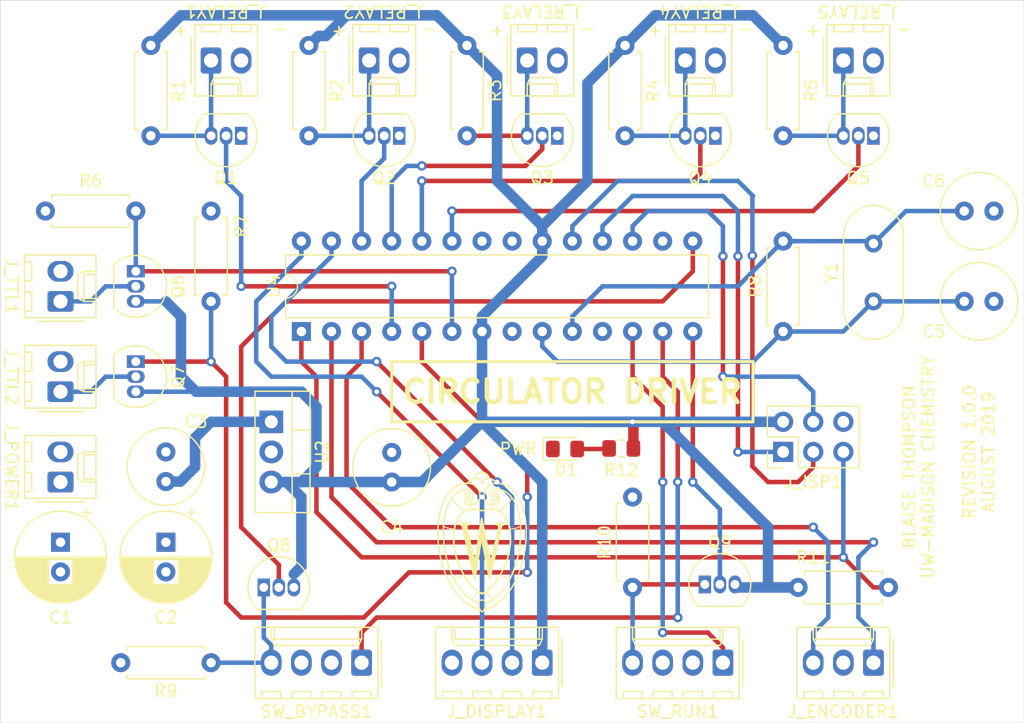
<source format=kicad_pcb>
(kicad_pcb (version 20171130) (host pcbnew 5.1.4+dfsg1-1)
  (title_block (title "WHIP-NMRR Circulator Driver") (date 2019-07-26) (rev 1.0.0))
  (layers (0 F.Cu signal) (31 B.Cu signal) (34 B.Paste user) (35 F.Paste user) (36 B.SilkS user) (37 F.SilkS user) (38 B.Mask user) (39 F.Mask user) (44 Edge.Cuts user))
  (net 0 "")
  (net 1 +12V)
  (net 2 GND)
  (net 3 "Net-(U4-Pad11)")
  (net 4 "Net-(U4-Pad21)")
  (net 5 "Net-(U4-Pad16)")
  (net 6 "Net-(SW_BYPASS1-Pad1)")
  (net 7 "Net-(SW_RUN1-Pad1)")
  (net 8 "Net-(Q1-Pad2)")
  (net 9 "Net-(Q2-Pad2)")
  (net 10 "Net-(Q3-Pad2)")
  (net 11 "Net-(Q4-Pad2)")
  (net 12 "Net-(Q5-Pad2)")
  (net 13 +5V)
  (net 14 "Net-(Q6-Pad1)")
  (net 15 "Net-(Q7-Pad1)")
  (net 16 "Net-(C6-Pad2)")
  (net 17 "Net-(C5-Pad2)")
  (net 18 "Net-(J_ISP1-Pad3)")
  (net 19 "Net-(J_ISP1-Pad1)")
  (net 20 "Net-(J_ISP1-Pad4)")
  (net 21 "Net-(J_ISP1-Pad5)")
  (net 22 "Net-(J_DISPLAY1-Pad3)")
  (net 23 "Net-(J_DISPLAY1-Pad2)")
  (net 24 "Net-(J_ENCODER1-Pad3)")
  (net 25 "Net-(J_ENCODER1-Pad1)")
  (net 26 "Net-(J_TTL1-Pad1)")
  (net 27 "Net-(J_TTL2-Pad1)")
  (net 28 "Net-(J_RELAY1-Pad1)")
  (net 29 "Net-(J_RELAY2-Pad1)")
  (net 30 "Net-(J_RELAY3-Pad1)")
  (net 31 "Net-(J_RELAY4-Pad1)")
  (net 32 "Net-(J_RELAY5-Pad1)")
  (net 33 "Net-(Q8-Pad1)")
  (net 34 15)
  (net 35 "Net-(Q9-Pad1)")
  (net 36 14)
  (net 37 "Net-(D1-Pad2)")
  (module Package_TO_SOT_THT:TO-92_Inline (layer F.Cu) (at 155.956 120.396)
    (fp_text reference Q9 (at 1.27 -3.56) (layer F.SilkS))
    (fp_text value BS250)
    (pad 1 thru_hole rect (at 0 0) (size 1.05 1.5) (drill 0.75) (layers *.Cu *.Mask) (net 35 "Net-(Q9-Pad1)"))
    (pad 3 thru_hole oval (at 2.54 0) (size 1.05 1.5) (drill 0.75) (layers *.Cu *.Mask) (net 13 +5V))
    (pad 2 thru_hole oval (at 1.27 0) (size 1.05 1.5) (drill 0.75) (layers *.Cu *.Mask) (net 36 14))
  )
  (module footprints:logo (layer F.Cu) (at 137.16 116.84)
    (fp_text reference G*** hide)
    (fp_text value LOGO hide)
  )
  (module Resistor_SMD:R_0805_2012Metric_Pad1.15x1.40mm_HandSolder (layer F.Cu) (at 148.905001 108.925001 180)
    (fp_text reference R12 (at 0 -1.818999) (layer F.SilkS))
    (fp_text value R_US)
    (pad 2 smd roundrect (at 1.025 0 180) (size 1.15 1.4) (layers F.Cu F.Paste F.Mask) (roundrect_rratio 0.217391) (net 37 "Net-(D1-Pad2)"))
    (pad 1 smd roundrect (at -1.025 0 180) (size 1.15 1.4) (layers F.Cu F.Paste F.Mask) (roundrect_rratio 0.217391) (net 13 +5V))
  )
  (module Diode_SMD:D_0805_2012Metric_Pad1.15x1.40mm_HandSolder (layer F.Cu) (at 144.160001 108.970001)
    (fp_text reference D1 (at 0.111999 1.773999) (layer F.SilkS))
    (fp_text value LED)
    (pad 2 smd roundrect (at 1.025 0) (size 1.15 1.4) (layers F.Cu F.Paste F.Mask) (roundrect_rratio 0.217391) (net 37 "Net-(D1-Pad2)"))
    (pad 1 smd roundrect (at -1.025 0) (size 1.15 1.4) (layers F.Cu F.Paste F.Mask) (roundrect_rratio 0.217391) (net 2 GND))
  )
  (module Resistor_THT:R_Axial_DIN0207_L6.3mm_D2.5mm_P7.62mm_Horizontal (layer F.Cu) (at 171.45 120.65 180)
    (fp_text reference R11 (at 6.35 2.54) (layer F.SilkS))
    (fp_text value 10k)
    (pad 2 thru_hole oval (at 7.62 0 180) (size 1.6 1.6) (drill 0.8) (layers *.Cu *.Mask) (net 13 +5V))
    (pad 1 thru_hole circle (at 0 0 180) (size 1.6 1.6) (drill 0.8) (layers *.Cu *.Mask) (net 21 "Net-(J_ISP1-Pad5)"))
  )
  (module Package_DIP:DIP-28_W7.62mm (layer F.Cu) (at 121.92 99.06 90)
    (fp_text reference U4 (at 3.81 -2.33 90) (layer F.SilkS))
    (fp_text value ATmega328-PU)
    (pad 28 thru_hole oval (at 7.62 0 90) (size 1.6 1.6) (drill 0.8) (layers *.Cu *.Mask) (net 22 "Net-(J_DISPLAY1-Pad3)"))
    (pad 14 thru_hole oval (at 0 33.02 90) (size 1.6 1.6) (drill 0.8) (layers *.Cu *.Mask) (net 36 14))
    (pad 27 thru_hole oval (at 7.62 2.54 90) (size 1.6 1.6) (drill 0.8) (layers *.Cu *.Mask) (net 23 "Net-(J_DISPLAY1-Pad2)"))
    (pad 13 thru_hole oval (at 0 30.48 90) (size 1.6 1.6) (drill 0.8) (layers *.Cu *.Mask) (net 6 "Net-(SW_BYPASS1-Pad1)"))
    (pad 26 thru_hole oval (at 7.62 5.08 90) (size 1.6 1.6) (drill 0.8) (layers *.Cu *.Mask) (net 9 "Net-(Q2-Pad2)"))
    (pad 12 thru_hole oval (at 0 27.94 90) (size 1.6 1.6) (drill 0.8) (layers *.Cu *.Mask) (net 7 "Net-(SW_RUN1-Pad1)"))
    (pad 25 thru_hole oval (at 7.62 7.62 90) (size 1.6 1.6) (drill 0.8) (layers *.Cu *.Mask) (net 10 "Net-(Q3-Pad2)"))
    (pad 11 thru_hole oval (at 0 25.4 90) (size 1.6 1.6) (drill 0.8) (layers *.Cu *.Mask) (net 3 "Net-(U4-Pad11)"))
    (pad 24 thru_hole oval (at 7.62 10.16 90) (size 1.6 1.6) (drill 0.8) (layers *.Cu *.Mask) (net 11 "Net-(Q4-Pad2)"))
    (pad 10 thru_hole oval (at 0 22.86 90) (size 1.6 1.6) (drill 0.8) (layers *.Cu *.Mask) (net 16 "Net-(C6-Pad2)"))
    (pad 23 thru_hole oval (at 7.62 12.7 90) (size 1.6 1.6) (drill 0.8) (layers *.Cu *.Mask) (net 12 "Net-(Q5-Pad2)"))
    (pad 9 thru_hole oval (at 0 20.32 90) (size 1.6 1.6) (drill 0.8) (layers *.Cu *.Mask) (net 17 "Net-(C5-Pad2)"))
    (pad 22 thru_hole oval (at 7.62 15.24 90) (size 1.6 1.6) (drill 0.8) (layers *.Cu *.Mask) (net 2 GND))
    (pad 8 thru_hole oval (at 0 17.78 90) (size 1.6 1.6) (drill 0.8) (layers *.Cu *.Mask) (net 2 GND))
    (pad 21 thru_hole oval (at 7.62 17.78 90) (size 1.6 1.6) (drill 0.8) (layers *.Cu *.Mask) (net 4 "Net-(U4-Pad21)"))
    (pad 7 thru_hole oval (at 0 15.24 90) (size 1.6 1.6) (drill 0.8) (layers *.Cu *.Mask) (net 13 +5V))
    (pad 20 thru_hole oval (at 7.62 20.32 90) (size 1.6 1.6) (drill 0.8) (layers *.Cu *.Mask) (net 13 +5V))
    (pad 6 thru_hole oval (at 0 12.7 90) (size 1.6 1.6) (drill 0.8) (layers *.Cu *.Mask) (net 14 "Net-(Q6-Pad1)"))
    (pad 19 thru_hole oval (at 7.62 22.86 90) (size 1.6 1.6) (drill 0.8) (layers *.Cu *.Mask) (net 18 "Net-(J_ISP1-Pad3)"))
    (pad 5 thru_hole oval (at 0 10.16 90) (size 1.6 1.6) (drill 0.8) (layers *.Cu *.Mask) (net 15 "Net-(Q7-Pad1)"))
    (pad 18 thru_hole oval (at 7.62 25.4 90) (size 1.6 1.6) (drill 0.8) (layers *.Cu *.Mask) (net 19 "Net-(J_ISP1-Pad1)"))
    (pad 4 thru_hole oval (at 0 7.62 90) (size 1.6 1.6) (drill 0.8) (layers *.Cu *.Mask) (net 8 "Net-(Q1-Pad2)"))
    (pad 17 thru_hole oval (at 7.62 27.94 90) (size 1.6 1.6) (drill 0.8) (layers *.Cu *.Mask) (net 20 "Net-(J_ISP1-Pad4)"))
    (pad 3 thru_hole oval (at 0 5.08 90) (size 1.6 1.6) (drill 0.8) (layers *.Cu *.Mask) (net 24 "Net-(J_ENCODER1-Pad3)"))
    (pad 16 thru_hole oval (at 7.62 30.48 90) (size 1.6 1.6) (drill 0.8) (layers *.Cu *.Mask) (net 5 "Net-(U4-Pad16)"))
    (pad 2 thru_hole oval (at 0 2.54 90) (size 1.6 1.6) (drill 0.8) (layers *.Cu *.Mask) (net 25 "Net-(J_ENCODER1-Pad1)"))
    (pad 15 thru_hole oval (at 7.62 33.02 90) (size 1.6 1.6) (drill 0.8) (layers *.Cu *.Mask) (net 34 15))
    (pad 1 thru_hole rect (at 0 0 90) (size 1.6 1.6) (drill 0.8) (layers *.Cu *.Mask) (net 21 "Net-(J_ISP1-Pad5)"))
  )
  (module Capacitor_THT:C_Radial_D6.3mm_H5.0mm_P2.50mm (layer F.Cu) (at 129.54 111.76 90)
    (fp_text reference C4 (at -3.81 0 180) (layer F.SilkS))
    (fp_text value 100n)
    (pad 2 thru_hole circle (at 2.5 0 90) (size 1.6 1.6) (drill 0.8) (layers *.Cu *.Mask) (net 2 GND))
    (pad 1 thru_hole circle (at 0 0 90) (size 1.6 1.6) (drill 0.8) (layers *.Cu *.Mask) (net 13 +5V))
  )
  (module Capacitor_THT:C_Radial_D6.3mm_H5.0mm_P2.50mm (layer F.Cu) (at 110.49 109.22 270)
    (fp_text reference C3 (at -2.54 -2.54 180) (layer F.SilkS))
    (fp_text value 330n)
    (pad 2 thru_hole circle (at 2.5 0 270) (size 1.6 1.6) (drill 0.8) (layers *.Cu *.Mask) (net 1 +12V))
    (pad 1 thru_hole circle (at 0 0 270) (size 1.6 1.6) (drill 0.8) (layers *.Cu *.Mask) (net 2 GND))
  )
  (module Resistor_THT:R_Axial_DIN0207_L6.3mm_D2.5mm_P7.62mm_Horizontal (layer F.Cu) (at 114.3 127 180)
    (fp_text reference R9 (at 3.81 -2.37) (layer F.SilkS))
    (fp_text value R_US)
    (pad 2 thru_hole oval (at 7.62 0 180) (size 1.6 1.6) (drill 0.8) (layers *.Cu *.Mask) (net 2 GND))
    (pad 1 thru_hole circle (at 0 0 180) (size 1.6 1.6) (drill 0.8) (layers *.Cu *.Mask) (net 33 "Net-(Q8-Pad1)"))
  )
  (module Package_TO_SOT_THT:TO-92_Inline (layer F.Cu) (at 130.175 82.55 180)
    (fp_text reference Q2 (at 1.27 -3.56) (layer F.SilkS))
    (fp_text value 2N7000)
    (pad 1 thru_hole rect (at 0 0 180) (size 1.05 1.5) (drill 0.75) (layers *.Cu *.Mask) (net 2 GND))
    (pad 3 thru_hole oval (at 2.54 0 180) (size 1.05 1.5) (drill 0.75) (layers *.Cu *.Mask) (net 29 "Net-(J_RELAY2-Pad1)"))
    (pad 2 thru_hole oval (at 1.27 0 180) (size 1.05 1.5) (drill 0.75) (layers *.Cu *.Mask) (net 9 "Net-(Q2-Pad2)"))
  )
  (module Package_TO_SOT_THT:TO-92_Inline (layer F.Cu) (at 116.84 82.55 180)
    (fp_text reference Q1 (at 1.27 -3.56) (layer F.SilkS))
    (fp_text value 2N7000)
    (pad 1 thru_hole rect (at 0 0 180) (size 1.05 1.5) (drill 0.75) (layers *.Cu *.Mask) (net 2 GND))
    (pad 3 thru_hole oval (at 2.54 0 180) (size 1.05 1.5) (drill 0.75) (layers *.Cu *.Mask) (net 28 "Net-(J_RELAY1-Pad1)"))
    (pad 2 thru_hole oval (at 1.27 0 180) (size 1.05 1.5) (drill 0.75) (layers *.Cu *.Mask) (net 8 "Net-(Q1-Pad2)"))
  )
  (module Resistor_THT:R_Axial_DIN0207_L6.3mm_D2.5mm_P7.62mm_Horizontal (layer F.Cu) (at 149.86 120.65 90)
    (fp_text reference R10 (at 3.81 -2.37 90) (layer F.SilkS))
    (fp_text value R_US)
    (pad 2 thru_hole oval (at 7.62 0 90) (size 1.6 1.6) (drill 0.8) (layers *.Cu *.Mask) (net 2 GND))
    (pad 1 thru_hole circle (at 0 0 90) (size 1.6 1.6) (drill 0.8) (layers *.Cu *.Mask) (net 35 "Net-(Q9-Pad1)"))
  )
  (module Resistor_THT:R_Axial_DIN0207_L6.3mm_D2.5mm_P7.62mm_Horizontal (layer F.Cu) (at 162.56 74.93 270)
    (fp_text reference R5 (at 3.81 -2.37 90) (layer F.SilkS))
    (fp_text value R_US)
    (pad 2 thru_hole oval (at 7.62 0 270) (size 1.6 1.6) (drill 0.8) (layers *.Cu *.Mask) (net 32 "Net-(J_RELAY5-Pad1)"))
    (pad 1 thru_hole circle (at 0 0 270) (size 1.6 1.6) (drill 0.8) (layers *.Cu *.Mask) (net 13 +5V))
  )
  (module Resistor_THT:R_Axial_DIN0207_L6.3mm_D2.5mm_P7.62mm_Horizontal (layer F.Cu) (at 149.225 74.93 270)
    (fp_text reference R4 (at 3.81 -2.37 90) (layer F.SilkS))
    (fp_text value R_US)
    (pad 2 thru_hole oval (at 7.62 0 270) (size 1.6 1.6) (drill 0.8) (layers *.Cu *.Mask) (net 31 "Net-(J_RELAY4-Pad1)"))
    (pad 1 thru_hole circle (at 0 0 270) (size 1.6 1.6) (drill 0.8) (layers *.Cu *.Mask) (net 13 +5V))
  )
  (module Resistor_THT:R_Axial_DIN0207_L6.3mm_D2.5mm_P7.62mm_Horizontal (layer F.Cu) (at 135.89 74.93 270)
    (fp_text reference R3 (at 3.81 -2.37 90) (layer F.SilkS))
    (fp_text value R_US)
    (pad 2 thru_hole oval (at 7.62 0 270) (size 1.6 1.6) (drill 0.8) (layers *.Cu *.Mask) (net 30 "Net-(J_RELAY3-Pad1)"))
    (pad 1 thru_hole circle (at 0 0 270) (size 1.6 1.6) (drill 0.8) (layers *.Cu *.Mask) (net 13 +5V))
  )
  (module Resistor_THT:R_Axial_DIN0207_L6.3mm_D2.5mm_P7.62mm_Horizontal (layer F.Cu) (at 122.555 74.93 270)
    (fp_text reference R2 (at 3.81 -2.37 90) (layer F.SilkS))
    (fp_text value R_US)
    (pad 2 thru_hole oval (at 7.62 0 270) (size 1.6 1.6) (drill 0.8) (layers *.Cu *.Mask) (net 29 "Net-(J_RELAY2-Pad1)"))
    (pad 1 thru_hole circle (at 0 0 270) (size 1.6 1.6) (drill 0.8) (layers *.Cu *.Mask) (net 13 +5V))
  )
  (module Resistor_THT:R_Axial_DIN0207_L6.3mm_D2.5mm_P7.62mm_Horizontal (layer F.Cu) (at 109.22 74.93 270)
    (fp_text reference R1 (at 3.81 -2.37 90) (layer F.SilkS))
    (fp_text value R_US)
    (pad 2 thru_hole oval (at 7.62 0 270) (size 1.6 1.6) (drill 0.8) (layers *.Cu *.Mask) (net 28 "Net-(J_RELAY1-Pad1)"))
    (pad 1 thru_hole circle (at 0 0 270) (size 1.6 1.6) (drill 0.8) (layers *.Cu *.Mask) (net 13 +5V))
  )
  (module Package_TO_SOT_THT:TO-92_Inline (layer F.Cu) (at 118.745 120.65)
    (fp_text reference Q8 (at 1.27 -3.56) (layer F.SilkS))
    (fp_text value BS250)
    (pad 1 thru_hole rect (at 0 0) (size 1.05 1.5) (drill 0.75) (layers *.Cu *.Mask) (net 33 "Net-(Q8-Pad1)"))
    (pad 3 thru_hole oval (at 2.54 0) (size 1.05 1.5) (drill 0.75) (layers *.Cu *.Mask) (net 13 +5V))
    (pad 2 thru_hole oval (at 1.27 0) (size 1.05 1.5) (drill 0.75) (layers *.Cu *.Mask) (net 34 15))
  )
  (module Package_TO_SOT_THT:TO-92_Inline (layer F.Cu) (at 107.95 101.6 270)
    (fp_text reference Q7 (at 1.27 -3.56 90) (layer F.SilkS))
    (fp_text value BS250)
    (pad 1 thru_hole rect (at 0 0 270) (size 1.05 1.5) (drill 0.75) (layers *.Cu *.Mask) (net 15 "Net-(Q7-Pad1)"))
    (pad 3 thru_hole oval (at 2.54 0 270) (size 1.05 1.5) (drill 0.75) (layers *.Cu *.Mask) (net 13 +5V))
    (pad 2 thru_hole oval (at 1.27 0 270) (size 1.05 1.5) (drill 0.75) (layers *.Cu *.Mask) (net 27 "Net-(J_TTL2-Pad1)"))
  )
  (module Package_TO_SOT_THT:TO-92_Inline (layer F.Cu) (at 107.95 93.98 270)
    (fp_text reference Q6 (at 1.27 -3.56 90) (layer F.SilkS))
    (fp_text value BS250)
    (pad 1 thru_hole rect (at 0 0 270) (size 1.05 1.5) (drill 0.75) (layers *.Cu *.Mask) (net 14 "Net-(Q6-Pad1)"))
    (pad 3 thru_hole oval (at 2.54 0 270) (size 1.05 1.5) (drill 0.75) (layers *.Cu *.Mask) (net 13 +5V))
    (pad 2 thru_hole oval (at 1.27 0 270) (size 1.05 1.5) (drill 0.75) (layers *.Cu *.Mask) (net 26 "Net-(J_TTL1-Pad1)"))
  )
  (module Package_TO_SOT_THT:TO-92_Inline (layer F.Cu) (at 170.18 82.55 180)
    (fp_text reference Q5 (at 1.27 -3.56) (layer F.SilkS))
    (fp_text value 2N7000)
    (pad 1 thru_hole rect (at 0 0 180) (size 1.05 1.5) (drill 0.75) (layers *.Cu *.Mask) (net 2 GND))
    (pad 3 thru_hole oval (at 2.54 0 180) (size 1.05 1.5) (drill 0.75) (layers *.Cu *.Mask) (net 32 "Net-(J_RELAY5-Pad1)"))
    (pad 2 thru_hole oval (at 1.27 0 180) (size 1.05 1.5) (drill 0.75) (layers *.Cu *.Mask) (net 12 "Net-(Q5-Pad2)"))
  )
  (module Package_TO_SOT_THT:TO-92_Inline (layer F.Cu) (at 156.845 82.55 180)
    (fp_text reference Q4 (at 1.27 -3.56) (layer F.SilkS))
    (fp_text value 2N7000)
    (pad 1 thru_hole rect (at 0 0 180) (size 1.05 1.5) (drill 0.75) (layers *.Cu *.Mask) (net 2 GND))
    (pad 3 thru_hole oval (at 2.54 0 180) (size 1.05 1.5) (drill 0.75) (layers *.Cu *.Mask) (net 31 "Net-(J_RELAY4-Pad1)"))
    (pad 2 thru_hole oval (at 1.27 0 180) (size 1.05 1.5) (drill 0.75) (layers *.Cu *.Mask) (net 11 "Net-(Q4-Pad2)"))
  )
  (module Package_TO_SOT_THT:TO-92_Inline (layer F.Cu) (at 143.51 82.55 180)
    (fp_text reference Q3 (at 1.27 -3.56) (layer F.SilkS))
    (fp_text value 2N7000)
    (pad 1 thru_hole rect (at 0 0 180) (size 1.05 1.5) (drill 0.75) (layers *.Cu *.Mask) (net 2 GND))
    (pad 3 thru_hole oval (at 2.54 0 180) (size 1.05 1.5) (drill 0.75) (layers *.Cu *.Mask) (net 30 "Net-(J_RELAY3-Pad1)"))
    (pad 2 thru_hole oval (at 1.27 0 180) (size 1.05 1.5) (drill 0.75) (layers *.Cu *.Mask) (net 10 "Net-(Q3-Pad2)"))
  )
  (module Crystal:Crystal_HC49-U_Vertical (layer F.Cu) (at 170.18 96.52 90)
    (fp_text reference Y1 (at 2.44 -3.525 90) (layer F.SilkS))
    (fp_text value 16MHz)
    (pad 2 thru_hole circle (at 4.88 0 90) (size 1.5 1.5) (drill 0.8) (layers *.Cu *.Mask) (net 16 "Net-(C6-Pad2)"))
    (pad 1 thru_hole circle (at 0 0 90) (size 1.5 1.5) (drill 0.8) (layers *.Cu *.Mask) (net 17 "Net-(C5-Pad2)"))
  )
  (module Capacitor_THT:C_Radial_D6.3mm_H5.0mm_P2.50mm (layer F.Cu) (at 180.34 88.9 180)
    (fp_text reference C6 (at 5.08 2.54) (layer F.SilkS))
    (fp_text value 20p)
    (pad 2 thru_hole circle (at 2.5 0 180) (size 1.6 1.6) (drill 0.8) (layers *.Cu *.Mask) (net 16 "Net-(C6-Pad2)"))
    (pad 1 thru_hole circle (at 0 0 180) (size 1.6 1.6) (drill 0.8) (layers *.Cu *.Mask) (net 2 GND))
  )
  (module Capacitor_THT:C_Radial_D6.3mm_H5.0mm_P2.50mm (layer F.Cu) (at 180.34 96.52 180)
    (fp_text reference C5 (at 5.08 -2.54) (layer F.SilkS))
    (fp_text value 20p)
    (pad 2 thru_hole circle (at 2.5 0 180) (size 1.6 1.6) (drill 0.8) (layers *.Cu *.Mask) (net 17 "Net-(C5-Pad2)"))
    (pad 1 thru_hole circle (at 0 0 180) (size 1.6 1.6) (drill 0.8) (layers *.Cu *.Mask) (net 2 GND))
  )
  (module Connector_PinHeader_2.54mm:PinHeader_2x03_P2.54mm_Vertical (layer F.Cu) (at 162.56 109.22 90)
    (fp_text reference J_ISP1 (at -2.54 2.54 180) (layer F.SilkS))
    (fp_text value AVR-ISP-6)
    (pad 6 thru_hole oval (at 2.54 5.08 90) (size 1.7 1.7) (drill 1) (layers *.Cu *.Mask) (net 2 GND))
    (pad 5 thru_hole oval (at 0 5.08 90) (size 1.7 1.7) (drill 1) (layers *.Cu *.Mask) (net 21 "Net-(J_ISP1-Pad5)"))
    (pad 4 thru_hole oval (at 2.54 2.54 90) (size 1.7 1.7) (drill 1) (layers *.Cu *.Mask) (net 20 "Net-(J_ISP1-Pad4)"))
    (pad 3 thru_hole oval (at 0 2.54 90) (size 1.7 1.7) (drill 1) (layers *.Cu *.Mask) (net 18 "Net-(J_ISP1-Pad3)"))
    (pad 2 thru_hole oval (at 2.54 0 90) (size 1.7 1.7) (drill 1) (layers *.Cu *.Mask) (net 13 +5V))
    (pad 1 thru_hole rect (at 0 0 90) (size 1.7 1.7) (drill 1) (layers *.Cu *.Mask) (net 19 "Net-(J_ISP1-Pad1)"))
  )
  (module Connector_Molex:Molex_KK-254_AE-6410-03A_1x03_P2.54mm_Vertical (layer F.Cu) (at 170.18 127 180)
    (fp_text reference J_ENCODER1 (at 2.54 -4.12) (layer F.SilkS))
    (fp_text value Conn_01x03)
    (pad 3 thru_hole oval (at 5.08 0 180) (size 1.74 2.2) (drill 1.2) (layers *.Cu *.Mask) (net 24 "Net-(J_ENCODER1-Pad3)"))
    (pad 2 thru_hole oval (at 2.54 0 180) (size 1.74 2.2) (drill 1.2) (layers *.Cu *.Mask) (net 2 GND))
    (pad 1 thru_hole roundrect (at 0 0 180) (size 1.74 2.2) (drill 1.2) (layers *.Cu *.Mask) (roundrect_rratio 0.143678) (net 25 "Net-(J_ENCODER1-Pad1)"))
  )
  (module Connector_Molex:Molex_KK-254_AE-6410-04A_1x04_P2.54mm_Vertical (layer F.Cu) (at 142.24 127 180)
    (fp_text reference J_DISPLAY1 (at 3.81 -4.12) (layer F.SilkS))
    (fp_text value Conn_01x04)
    (pad 4 thru_hole oval (at 7.62 0 180) (size 1.74 2.2) (drill 1.2) (layers *.Cu *.Mask) (net 2 GND))
    (pad 3 thru_hole oval (at 5.08 0 180) (size 1.74 2.2) (drill 1.2) (layers *.Cu *.Mask) (net 22 "Net-(J_DISPLAY1-Pad3)"))
    (pad 2 thru_hole oval (at 2.54 0 180) (size 1.74 2.2) (drill 1.2) (layers *.Cu *.Mask) (net 23 "Net-(J_DISPLAY1-Pad2)"))
    (pad 1 thru_hole roundrect (at 0 0 180) (size 1.74 2.2) (drill 1.2) (layers *.Cu *.Mask) (roundrect_rratio 0.143678) (net 13 +5V))
  )
  (module Capacitor_THT:CP_Radial_D7.5mm_P2.50mm (layer F.Cu) (at 110.49 116.84 270)
    (fp_text reference C2 (at 6.35 0 180) (layer F.SilkS))
    (fp_text value 10uF)
    (pad 2 thru_hole circle (at 2.5 0 270) (size 1.6 1.6) (drill 0.8) (layers *.Cu *.Mask) (net 2 GND))
    (pad 1 thru_hole rect (at 0 0 270) (size 1.6 1.6) (drill 0.8) (layers *.Cu *.Mask) (net 1 +12V))
  )
  (module Capacitor_THT:CP_Radial_D7.5mm_P2.50mm (layer F.Cu) (at 101.6 116.84 270)
    (fp_text reference C1 (at 6.35 0) (layer F.SilkS))
    (fp_text value 100nF)
    (pad 2 thru_hole circle (at 2.5 0 270) (size 1.6 1.6) (drill 0.8) (layers *.Cu *.Mask) (net 2 GND))
    (pad 1 thru_hole rect (at 0 0 270) (size 1.6 1.6) (drill 0.8) (layers *.Cu *.Mask) (net 1 +12V))
  )
  (module Package_TO_SOT_THT:TO-220-3_Vertical (layer F.Cu) (at 119.38 106.68 270)
    (fp_text reference U2 (at 2.54 -4.27 90) (layer F.SilkS))
    (fp_text value L7805)
    (pad 3 thru_hole oval (at 5.08 0 270) (size 1.905 2) (drill 1.1) (layers *.Cu *.Mask) (net 13 +5V))
    (pad 2 thru_hole oval (at 2.54 0 270) (size 1.905 2) (drill 1.1) (layers *.Cu *.Mask) (net 2 GND))
    (pad 1 thru_hole rect (at 0 0 270) (size 1.905 2) (drill 1.1) (layers *.Cu *.Mask) (net 1 +12V))
  )
  (module Resistor_THT:R_Axial_DIN0207_L6.3mm_D2.5mm_P7.62mm_Horizontal (layer F.Cu) (at 162.56 99.06 90)
    (fp_text reference R8 (at 3.81 -2.37 90) (layer F.SilkS))
    (fp_text value 1M)
    (pad 2 thru_hole oval (at 7.62 0 90) (size 1.6 1.6) (drill 0.8) (layers *.Cu *.Mask) (net 16 "Net-(C6-Pad2)"))
    (pad 1 thru_hole circle (at 0 0 90) (size 1.6 1.6) (drill 0.8) (layers *.Cu *.Mask) (net 17 "Net-(C5-Pad2)"))
  )
  (module Resistor_THT:R_Axial_DIN0207_L6.3mm_D2.5mm_P7.62mm_Horizontal (layer F.Cu) (at 114.3 96.52 90)
    (fp_text reference R7 (at 6.35 2.54 90) (layer F.SilkS))
    (fp_text value R_US)
    (pad 2 thru_hole oval (at 7.62 0 90) (size 1.6 1.6) (drill 0.8) (layers *.Cu *.Mask) (net 2 GND))
    (pad 1 thru_hole circle (at 0 0 90) (size 1.6 1.6) (drill 0.8) (layers *.Cu *.Mask) (net 15 "Net-(Q7-Pad1)"))
  )
  (module Resistor_THT:R_Axial_DIN0207_L6.3mm_D2.5mm_P7.62mm_Horizontal (layer F.Cu) (at 107.95 88.9 180)
    (fp_text reference R6 (at 3.81 2.54) (layer F.SilkS))
    (fp_text value R_US)
    (pad 2 thru_hole oval (at 7.62 0 180) (size 1.6 1.6) (drill 0.8) (layers *.Cu *.Mask) (net 2 GND))
    (pad 1 thru_hole circle (at 0 0 180) (size 1.6 1.6) (drill 0.8) (layers *.Cu *.Mask) (net 14 "Net-(Q6-Pad1)"))
  )
  (module Connector_Molex:Molex_KK-254_AE-6410-04A_1x04_P2.54mm_Vertical (layer F.Cu) (at 157.48 127 180)
    (fp_text reference SW_RUN1 (at 3.81 -4.12) (layer F.SilkS))
    (fp_text value SW_Push_Lamp)
    (pad 4 thru_hole oval (at 7.62 0 180) (size 1.74 2.2) (drill 1.2) (layers *.Cu *.Mask) (net 35 "Net-(Q9-Pad1)"))
    (pad 3 thru_hole oval (at 5.08 0 180) (size 1.74 2.2) (drill 1.2) (layers *.Cu *.Mask) (net 2 GND))
    (pad 2 thru_hole oval (at 2.54 0 180) (size 1.74 2.2) (drill 1.2) (layers *.Cu *.Mask) (net 2 GND))
    (pad 1 thru_hole roundrect (at 0 0 180) (size 1.74 2.2) (drill 1.2) (layers *.Cu *.Mask) (roundrect_rratio 0.143678) (net 7 "Net-(SW_RUN1-Pad1)"))
  )
  (module Connector_Molex:Molex_KK-254_AE-6410-04A_1x04_P2.54mm_Vertical (layer F.Cu) (at 127 127 180)
    (fp_text reference SW_BYPASS1 (at 3.81 -4.12) (layer F.SilkS))
    (fp_text value SW_Push_Lamp)
    (pad 4 thru_hole oval (at 7.62 0 180) (size 1.74 2.2) (drill 1.2) (layers *.Cu *.Mask) (net 33 "Net-(Q8-Pad1)"))
    (pad 3 thru_hole oval (at 5.08 0 180) (size 1.74 2.2) (drill 1.2) (layers *.Cu *.Mask) (net 2 GND))
    (pad 2 thru_hole oval (at 2.54 0 180) (size 1.74 2.2) (drill 1.2) (layers *.Cu *.Mask) (net 2 GND))
    (pad 1 thru_hole roundrect (at 0 0 180) (size 1.74 2.2) (drill 1.2) (layers *.Cu *.Mask) (roundrect_rratio 0.143678) (net 6 "Net-(SW_BYPASS1-Pad1)"))
  )
  (module Connector_Molex:Molex_KK-254_AE-6410-02A_1x02_P2.54mm_Vertical (layer F.Cu) (at 167.64 76.2)
    (fp_text reference J_RELAY5 (at 1.27 -4.12 180 unlocked) (layer F.SilkS))
    (fp_text value Conn_01x02)
    (pad 2 thru_hole oval (at 2.54 0) (size 1.74 2.2) (drill 1.2) (layers *.Cu *.Mask) (net 2 GND))
    (pad 1 thru_hole roundrect (at 0 0) (size 1.74 2.2) (drill 1.2) (layers *.Cu *.Mask) (roundrect_rratio 0.143678) (net 32 "Net-(J_RELAY5-Pad1)"))
  )
  (module Connector_Molex:Molex_KK-254_AE-6410-02A_1x02_P2.54mm_Vertical (layer F.Cu) (at 154.305 76.2)
    (fp_text reference J_RELAY4 (at 1.27 -4.12 180 unlocked) (layer F.SilkS))
    (fp_text value Conn_01x02)
    (pad 2 thru_hole oval (at 2.54 0) (size 1.74 2.2) (drill 1.2) (layers *.Cu *.Mask) (net 2 GND))
    (pad 1 thru_hole roundrect (at 0 0) (size 1.74 2.2) (drill 1.2) (layers *.Cu *.Mask) (roundrect_rratio 0.143678) (net 31 "Net-(J_RELAY4-Pad1)"))
  )
  (module Connector_Molex:Molex_KK-254_AE-6410-02A_1x02_P2.54mm_Vertical (layer F.Cu) (at 140.97 76.2)
    (fp_text reference J_RELAY3 (at 1.27 -4.12 180 unlocked) (layer F.SilkS))
    (fp_text value Conn_01x02)
    (pad 2 thru_hole oval (at 2.54 0) (size 1.74 2.2) (drill 1.2) (layers *.Cu *.Mask) (net 2 GND))
    (pad 1 thru_hole roundrect (at 0 0) (size 1.74 2.2) (drill 1.2) (layers *.Cu *.Mask) (roundrect_rratio 0.143678) (net 30 "Net-(J_RELAY3-Pad1)"))
  )
  (module Connector_Molex:Molex_KK-254_AE-6410-02A_1x02_P2.54mm_Vertical (layer F.Cu) (at 127.635 76.2)
    (fp_text reference J_RELAY2 (at 1.27 -4.12 180 unlocked) (layer F.SilkS))
    (fp_text value Conn_01x02)
    (pad 2 thru_hole oval (at 2.54 0) (size 1.74 2.2) (drill 1.2) (layers *.Cu *.Mask) (net 2 GND))
    (pad 1 thru_hole roundrect (at 0 0) (size 1.74 2.2) (drill 1.2) (layers *.Cu *.Mask) (roundrect_rratio 0.143678) (net 29 "Net-(J_RELAY2-Pad1)"))
  )
  (module Connector_Molex:Molex_KK-254_AE-6410-02A_1x02_P2.54mm_Vertical (layer F.Cu) (at 114.3 76.2)
    (fp_text reference J_RELAY1 (at 1.27 -4.12 180 unlocked) (layer F.SilkS))
    (fp_text value Conn_01x02)
    (pad 2 thru_hole oval (at 2.54 0) (size 1.74 2.2) (drill 1.2) (layers *.Cu *.Mask) (net 2 GND))
    (pad 1 thru_hole roundrect (at 0 0) (size 1.74 2.2) (drill 1.2) (layers *.Cu *.Mask) (roundrect_rratio 0.143678) (net 28 "Net-(J_RELAY1-Pad1)"))
  )
  (module Connector_Molex:Molex_KK-254_AE-6410-02A_1x02_P2.54mm_Vertical (layer F.Cu) (at 101.6 96.52 90)
    (fp_text reference J_TTL1 (at 1.27 -4.12 270 unlocked) (layer F.SilkS))
    (fp_text value Conn_01x02)
    (pad 2 thru_hole oval (at 2.54 0 90) (size 1.74 2.2) (drill 1.2) (layers *.Cu *.Mask) (net 2 GND))
    (pad 1 thru_hole roundrect (at 0 0 90) (size 1.74 2.2) (drill 1.2) (layers *.Cu *.Mask) (roundrect_rratio 0.143678) (net 26 "Net-(J_TTL1-Pad1)"))
  )
  (module Connector_Molex:Molex_KK-254_AE-6410-02A_1x02_P2.54mm_Vertical (layer F.Cu) (at 101.6 104.14 90)
    (fp_text reference J_TTL2 (at 1.27 -4.12 270 unlocked) (layer F.SilkS))
    (fp_text value Conn_01x02)
    (pad 2 thru_hole oval (at 2.54 0 90) (size 1.74 2.2) (drill 1.2) (layers *.Cu *.Mask) (net 2 GND))
    (pad 1 thru_hole roundrect (at 0 0 90) (size 1.74 2.2) (drill 1.2) (layers *.Cu *.Mask) (roundrect_rratio 0.143678) (net 27 "Net-(J_TTL2-Pad1)"))
  )
  (module Connector_Molex:Molex_KK-254_AE-6410-02A_1x02_P2.54mm_Vertical (layer F.Cu) (at 101.6 111.76 90)
    (fp_text reference J_POWER1 (at 1.27 -4.12 270 unlocked) (layer F.SilkS))
    (fp_text value Conn_01x02)
    (pad 2 thru_hole oval (at 2.54 0 90) (size 1.74 2.2) (drill 1.2) (layers *.Cu *.Mask) (net 2 GND))
    (pad 1 thru_hole roundrect (at 0 0 90) (size 1.74 2.2) (drill 1.2) (layers *.Cu *.Mask) (roundrect_rratio 0.143678) (net 1 +12V))
  )
  (module MountingHole:MountingHole_3mm (layer F.Cu) (at 179.07 74.93)
    (fp_text reference REF** hide)
    (fp_text value MountingHole_3mm hide)
    (pad 1 np_thru_hole circle (at 0 0) (size 3 3) (drill 3) (layers *.Cu *.Mask))
  )
  (module MountingHole:MountingHole_3mm (layer F.Cu) (at 179.07 128.27)
    (fp_text reference REF** hide)
    (fp_text value MountingHole_3mm hide)
    (pad 1 np_thru_hole circle (at 0 0) (size 3 3) (drill 3) (layers *.Cu *.Mask))
  )
  (module MountingHole:MountingHole_3mm (layer F.Cu) (at 100.33 74.93)
    (fp_text reference REF** hide)
    (fp_text value MountingHole_3mm hide)
    (pad 1 np_thru_hole circle (at 0 0) (size 3 3) (drill 3) (layers *.Cu *.Mask))
  )
  (module MountingHole:MountingHole_3mm (layer F.Cu) (at 100.33 128.27)
    (fp_text reference REF** hide)
    (fp_text value MountingHole_3mm hide)
    (pad 1 np_thru_hole circle (at 0 0) (size 3 3) (drill 3) (layers *.Cu *.Mask))
  )
  (gr_text PWR (at 140.208 108.966) (layer F.SilkS) (effects (font (size 1 1))))
  (gr_line (start 160.02 106.68) (end 129.54 106.68) (layer F.SilkS) (width 0.254))
  (gr_line (start 160.02 101.6) (end 160.02 106.68) (layer F.SilkS) (width 0.254))
  (gr_line (start 129.54 101.6) (end 160.02 101.6) (layer F.SilkS) (width 0.254))
  (gr_line (start 129.54 106.68) (end 129.54 101.6) (layer F.SilkS) (width 0.254))
  (gr_text - (at 172.72 73.66 180) (layer F.SilkS) (effects (font (size 1 1))))
  (gr_text - (at 159.385 73.66 180) (layer F.SilkS) (effects (font (size 1 1))))
  (gr_text - (at 146.05 73.66 180) (layer F.SilkS) (effects (font (size 1 1))))
  (gr_text - (at 132.715 73.66 180) (layer F.SilkS) (effects (font (size 1 1))))
  (gr_text - (at 120.015 73.66 180) (layer F.SilkS) (effects (font (size 1 1))))
  (gr_text + (at 165.1 73.66) (layer F.SilkS) (effects (font (size 1 1))))
  (gr_text + (at 151.765 73.66) (layer F.SilkS) (effects (font (size 1 1))))
  (gr_text + (at 138.43 73.66) (layer F.SilkS) (effects (font (size 1 1))))
  (gr_text + (at 125.095 73.66) (layer F.SilkS) (effects (font (size 1 1))))
  (gr_text + (at 111.76 73.66) (layer F.SilkS) (effects (font (size 1 1))))
  (gr_text "REVISION 1.0.0\nAUGUST 2019" (at 179.07 109.22 90) (layer F.SilkS) (effects (font (size 1 1))))
  (gr_text "BLAISE THOMPSON\nUW-MADISON CHEMISTRY" (at 173.99 110.49 90) (layer F.SilkS) (effects (font (size 1 1))))
  (gr_text "CIRCULATOR DRIVER" (at 144.78 104.14) (layer F.SilkS) (effects (font (size 1.905 1.905) (thickness 0.381))))
  (gr_line (start 96.52 71.12) (end 182.88 71.12) (layer Edge.Cuts) (width 0.05))
  (gr_line (start 96.52 132.08) (end 96.52 71.12) (layer Edge.Cuts) (width 0.05))
  (gr_line (start 182.88 132.08) (end 96.52 132.08) (layer Edge.Cuts) (width 0.05))
  (gr_line (start 182.88 71.12) (end 182.88 132.08) (layer Edge.Cuts) (width 0.05))
  (segment (start 111.72 111.72) (end 112.95 110.49) (width 0.889) (layer B.Cu) (net 1))
  (segment (start 112.95 110.49) (end 112.95 108.03) (width 0.889) (layer B.Cu) (net 1))
  (segment (start 112.95 108.03) (end 114.3 106.68) (width 0.889) (layer B.Cu) (net 1))
  (segment (start 114.3 106.68) (end 119.38 106.68) (width 0.889) (layer B.Cu) (net 1))
  (segment (start 111.72 111.72) (end 110.49 111.72) (width 0.889) (layer B.Cu) (net 1))
  (segment (start 152.4 99.06) (end 152.4 102.87) (width 0.381) (layer F.Cu) (net 6))
  (segment (start 152.4 102.87) (end 153.67 104.14) (width 0.381) (layer F.Cu) (net 6))
  (via (at 153.67 111.76) (size 0.8) (drill 0.4) (layers F.Cu B.Cu) (net 6))
  (segment (start 153.67 104.14) (end 153.67 111.76) (width 0.381) (layer F.Cu) (net 6))
  (via (at 153.67 123.19) (size 0.8) (drill 0.4) (layers F.Cu B.Cu) (net 6))
  (segment (start 153.67 111.76) (end 153.67 123.19) (width 0.381) (layer B.Cu) (net 6))
  (segment (start 153.67 123.19) (end 128.27 123.19) (width 0.381) (layer F.Cu) (net 6))
  (segment (start 128.27 123.19) (end 127 124.46) (width 0.381) (layer F.Cu) (net 6))
  (segment (start 127 124.46) (end 127 127) (width 0.381) (layer F.Cu) (net 6))
  (via (at 152.4 111.76) (size 0.8) (drill 0.4) (layers F.Cu B.Cu) (net 7))
  (segment (start 152.4 121.92) (end 152.4 111.76) (width 0.381) (layer B.Cu) (net 7))
  (segment (start 152.4 111.76) (end 152.4 105.41) (width 0.381) (layer F.Cu) (net 7))
  (segment (start 149.86 102.87) (end 149.86 99.06) (width 0.381) (layer F.Cu) (net 7))
  (segment (start 152.4 105.41) (end 149.86 102.87) (width 0.381) (layer F.Cu) (net 7))
  (via (at 152.4 124.46) (size 0.8) (drill 0.4) (layers F.Cu B.Cu) (net 7))
  (segment (start 152.4 121.92) (end 152.4 124.46) (width 0.381) (layer B.Cu) (net 7))
  (segment (start 152.4 124.46) (end 156.21 124.46) (width 0.381) (layer F.Cu) (net 7))
  (segment (start 156.21 124.46) (end 157.48 125.73) (width 0.381) (layer F.Cu) (net 7))
  (segment (start 157.48 125.73) (end 157.48 127) (width 0.381) (layer F.Cu) (net 7))
  (via (at 129.54 95.25) (size 0.8) (drill 0.4) (layers F.Cu B.Cu) (net 8))
  (segment (start 129.54 99.06) (end 129.54 95.25) (width 0.381) (layer B.Cu) (net 8))
  (segment (start 129.54 95.25) (end 120.65 95.25) (width 0.381) (layer F.Cu) (net 8))
  (via (at 116.84 95.25) (size 0.8) (drill 0.4) (layers F.Cu B.Cu) (net 8))
  (segment (start 120.65 95.25) (end 116.84 95.25) (width 0.381) (layer F.Cu) (net 8))
  (segment (start 115.57 86.36) (end 115.57 82.55) (width 0.381) (layer B.Cu) (net 8))
  (segment (start 116.84 95.25) (end 116.84 87.63) (width 0.381) (layer B.Cu) (net 8))
  (segment (start 116.84 87.63) (end 115.57 86.36) (width 0.381) (layer B.Cu) (net 8))
  (segment (start 127 91.44) (end 127 86.36) (width 0.381) (layer B.Cu) (net 9))
  (segment (start 128.905 84.455) (end 128.905 82.55) (width 0.381) (layer B.Cu) (net 9))
  (segment (start 127 86.36) (end 128.905 84.455) (width 0.381) (layer B.Cu) (net 9))
  (segment (start 129.54 91.44) (end 129.54 86.36) (width 0.381) (layer B.Cu) (net 10))
  (via (at 132.08 85.09) (size 0.8) (drill 0.4) (layers F.Cu B.Cu) (net 10))
  (segment (start 129.54 86.36) (end 130.81 85.09) (width 0.381) (layer B.Cu) (net 10))
  (segment (start 130.81 85.09) (end 132.08 85.09) (width 0.381) (layer B.Cu) (net 10))
  (segment (start 142.24 83.681) (end 142.24 82.55) (width 0.381) (layer F.Cu) (net 10))
  (segment (start 140.831 85.09) (end 142.24 83.681) (width 0.381) (layer F.Cu) (net 10))
  (segment (start 132.08 85.09) (end 140.831 85.09) (width 0.381) (layer F.Cu) (net 10))
  (via (at 132.08 86.36) (size 0.8) (drill 0.4) (layers F.Cu B.Cu) (net 11))
  (segment (start 132.08 91.44) (end 132.08 86.36) (width 0.381) (layer B.Cu) (net 11))
  (segment (start 132.08 86.36) (end 154.94 86.36) (width 0.381) (layer F.Cu) (net 11))
  (segment (start 155.575 85.725) (end 155.575 82.55) (width 0.381) (layer F.Cu) (net 11))
  (segment (start 154.94 86.36) (end 155.575 85.725) (width 0.381) (layer F.Cu) (net 11))
  (segment (start 134.62 91.44) (end 134.62 88.9) (width 0.381) (layer B.Cu) (net 12))
  (via (at 134.62 88.9) (size 0.8) (drill 0.4) (layers F.Cu B.Cu) (net 12))
  (segment (start 134.62 88.9) (end 165.1 88.9) (width 0.381) (layer F.Cu) (net 12))
  (segment (start 168.91 85.09) (end 168.91 82.55) (width 0.381) (layer F.Cu) (net 12))
  (segment (start 165.1 88.9) (end 168.91 85.09) (width 0.381) (layer F.Cu) (net 12))
  (segment (start 129.54 111.76) (end 132.08 111.76) (width 0.889) (layer B.Cu) (net 13))
  (segment (start 137.16 106.68) (end 137.16 99.06) (width 0.889) (layer B.Cu) (net 13))
  (segment (start 137.16 99.06) (end 137.16 97.79) (width 0.889) (layer B.Cu) (net 13))
  (segment (start 142.24 92.71) (end 142.24 91.44) (width 0.889) (layer B.Cu) (net 13))
  (segment (start 137.16 97.79) (end 142.24 92.71) (width 0.889) (layer B.Cu) (net 13))
  (segment (start 142.24 91.44) (end 142.24 90.17) (width 0.889) (layer B.Cu) (net 13))
  (segment (start 142.24 90.17) (end 146.05 86.36) (width 0.889) (layer B.Cu) (net 13))
  (segment (start 146.05 78.105) (end 149.225 74.93) (width 0.889) (layer B.Cu) (net 13))
  (segment (start 146.05 86.36) (end 146.05 78.105) (width 0.889) (layer B.Cu) (net 13))
  (segment (start 149.225 74.93) (end 151.765 72.39) (width 0.889) (layer B.Cu) (net 13))
  (segment (start 151.765 72.39) (end 160.02 72.39) (width 0.889) (layer B.Cu) (net 13))
  (segment (start 160.02 72.39) (end 162.56 74.93) (width 0.889) (layer B.Cu) (net 13))
  (segment (start 138.43 77.47) (end 135.89 74.93) (width 0.889) (layer B.Cu) (net 13))
  (segment (start 142.24 90.17) (end 138.43 86.36) (width 0.889) (layer B.Cu) (net 13))
  (segment (start 138.43 86.36) (end 138.43 77.47) (width 0.889) (layer B.Cu) (net 13))
  (segment (start 111.76 72.39) (end 109.22 74.93) (width 0.889) (layer B.Cu) (net 13))
  (segment (start 135.89 74.93) (end 133.35 72.39) (width 0.889) (layer B.Cu) (net 13))
  (segment (start 123.989999 74.130001) (end 125.73 72.39) (width 0.889) (layer B.Cu) (net 13))
  (segment (start 123.354999 74.130001) (end 123.989999 74.130001) (width 0.889) (layer B.Cu) (net 13))
  (segment (start 122.555 74.93) (end 123.354999 74.130001) (width 0.889) (layer B.Cu) (net 13))
  (segment (start 133.35 72.39) (end 125.73 72.39) (width 0.889) (layer B.Cu) (net 13))
  (segment (start 125.73 72.39) (end 111.76 72.39) (width 0.889) (layer B.Cu) (net 13))
  (segment (start 132.08 111.76) (end 137.16 106.68) (width 0.889) (layer B.Cu) (net 13))
  (segment (start 137.16 106.68) (end 146.05 106.68) (width 0.889) (layer B.Cu) (net 13))
  (segment (start 146.05 106.68) (end 149.86 106.68) (width 0.889) (layer B.Cu) (net 13))
  (segment (start 121.285 119.519) (end 121.92 118.884) (width 0.889) (layer B.Cu) (net 13))
  (segment (start 121.285 120.65) (end 121.285 119.519) (width 0.381) (layer B.Cu) (net 13))
  (segment (start 121.92 118.884) (end 121.92 113.03) (width 0.889) (layer B.Cu) (net 13))
  (segment (start 121.92 113.03) (end 120.65 111.76) (width 0.889) (layer B.Cu) (net 13))
  (segment (start 121.92 111.76) (end 129.54 111.76) (width 0.889) (layer B.Cu) (net 13))
  (segment (start 121.92 104.14) (end 123.19 105.41) (width 0.889) (layer B.Cu) (net 13))
  (segment (start 123.19 110.49) (end 121.92 111.76) (width 0.889) (layer B.Cu) (net 13))
  (segment (start 123.19 105.41) (end 123.19 110.49) (width 0.889) (layer B.Cu) (net 13))
  (segment (start 119.38 111.76) (end 121.92 111.76) (width 0.889) (layer B.Cu) (net 13))
  (segment (start 111.76 102.87) (end 113.03 104.14) (width 0.889) (layer B.Cu) (net 13))
  (segment (start 113.03 104.14) (end 121.92 104.14) (width 0.889) (layer B.Cu) (net 13))
  (segment (start 110.49 96.52) (end 111.76 97.79) (width 0.889) (layer B.Cu) (net 13))
  (segment (start 107.95 104.14) (end 113.03 104.14) (width 0.381) (layer B.Cu) (net 13))
  (segment (start 107.95 96.52) (end 110.49 96.52) (width 0.381) (layer B.Cu) (net 13))
  (segment (start 111.76 97.79) (end 111.76 102.87) (width 0.889) (layer B.Cu) (net 13))
  (segment (start 162.56 106.68) (end 152.4 106.68) (width 0.889) (layer B.Cu) (net 13))
  (segment (start 152.4 106.68) (end 146.05 106.68) (width 0.889) (layer B.Cu) (net 13))
  (segment (start 142.24 111.76) (end 137.16 106.68) (width 0.889) (layer B.Cu) (net 13))
  (segment (start 142.24 127) (end 142.24 111.76) (width 0.889) (layer B.Cu) (net 13))
  (segment (start 149.930001 108.925001) (end 149.930001 106.750001) (width 0.889) (layer F.Cu) (net 13))
  (via (at 149.86 106.68) (size 0.8) (drill 0.4) (layers F.Cu B.Cu) (net 13))
  (segment (start 149.930001 106.750001) (end 149.86 106.68) (width 0.889) (layer F.Cu) (net 13))
  (segment (start 158.83051 120.65) (end 158.57651 120.396) (width 0.889) (layer B.Cu) (net 13))
  (segment (start 161.29 115.57) (end 161.29 120.65) (width 0.889) (layer B.Cu) (net 13))
  (segment (start 152.4 106.68) (end 161.29 115.57) (width 0.889) (layer B.Cu) (net 13))
  (segment (start 163.83 120.65) (end 161.29 120.65) (width 0.889) (layer B.Cu) (net 13))
  (segment (start 161.29 120.65) (end 158.83051 120.65) (width 0.889) (layer B.Cu) (net 13))
  (segment (start 107.95 88.9) (end 107.95 93.98) (width 0.381) (layer B.Cu) (net 14))
  (via (at 134.62 93.98) (size 0.8) (drill 0.4) (layers F.Cu B.Cu) (net 14))
  (segment (start 134.62 99.06) (end 134.62 93.98) (width 0.381) (layer B.Cu) (net 14))
  (segment (start 134.62 93.98) (end 107.95 93.98) (width 0.381) (layer F.Cu) (net 14))
  (via (at 114.3 101.6) (size 0.8) (drill 0.4) (layers F.Cu B.Cu) (net 15))
  (segment (start 114.3 96.52) (end 114.3 101.6) (width 0.381) (layer B.Cu) (net 15))
  (segment (start 114.3 101.6) (end 107.95 101.6) (width 0.381) (layer F.Cu) (net 15))
  (segment (start 114.3 101.6) (end 115.57 102.87) (width 0.381) (layer F.Cu) (net 15))
  (segment (start 115.57 102.87) (end 115.57 121.92) (width 0.381) (layer F.Cu) (net 15))
  (segment (start 115.57 121.92) (end 116.84 123.19) (width 0.381) (layer F.Cu) (net 15))
  (segment (start 116.84 123.19) (end 125.73 123.19) (width 0.381) (layer F.Cu) (net 15))
  (segment (start 127.192356 123.19) (end 131.002356 119.38) (width 0.381) (layer F.Cu) (net 15))
  (segment (start 125.73 123.19) (end 127.192356 123.19) (width 0.381) (layer F.Cu) (net 15))
  (via (at 140.97 119.38) (size 0.8) (drill 0.4) (layers F.Cu B.Cu) (net 15))
  (segment (start 131.002356 119.38) (end 140.97 119.38) (width 0.381) (layer F.Cu) (net 15))
  (via (at 140.97 113.03) (size 0.8) (drill 0.4) (layers F.Cu B.Cu) (net 15))
  (segment (start 140.97 119.38) (end 140.97 113.03) (width 0.381) (layer B.Cu) (net 15))
  (segment (start 140.97 113.03) (end 140.97 110.49) (width 0.381) (layer F.Cu) (net 15))
  (segment (start 132.08 101.6) (end 132.08 99.06) (width 0.381) (layer F.Cu) (net 15))
  (segment (start 140.97 110.49) (end 132.08 101.6) (width 0.381) (layer F.Cu) (net 15))
  (segment (start 169.98 91.44) (end 170.18 91.64) (width 0.381) (layer B.Cu) (net 16))
  (segment (start 162.56 91.44) (end 169.98 91.44) (width 0.381) (layer B.Cu) (net 16))
  (segment (start 172.92 88.9) (end 170.18 91.64) (width 0.381) (layer B.Cu) (net 16))
  (segment (start 177.84 88.9) (end 172.92 88.9) (width 0.381) (layer B.Cu) (net 16))
  (segment (start 158.75 95.25) (end 162.56 91.44) (width 0.381) (layer B.Cu) (net 16))
  (segment (start 144.78 99.06) (end 144.78 97.79) (width 0.381) (layer B.Cu) (net 16))
  (segment (start 147.32 95.25) (end 158.75 95.25) (width 0.381) (layer B.Cu) (net 16))
  (segment (start 144.78 97.79) (end 147.32 95.25) (width 0.381) (layer B.Cu) (net 16))
  (segment (start 167.64 99.06) (end 170.18 96.52) (width 0.381) (layer B.Cu) (net 17))
  (segment (start 162.56 99.06) (end 167.64 99.06) (width 0.381) (layer B.Cu) (net 17))
  (segment (start 177.84 96.52) (end 170.18 96.52) (width 0.381) (layer B.Cu) (net 17))
  (segment (start 142.24 99.06) (end 142.24 100.33) (width 0.381) (layer B.Cu) (net 17))
  (segment (start 142.24 100.33) (end 143.51 101.6) (width 0.381) (layer B.Cu) (net 17))
  (segment (start 143.51 101.6) (end 160.02 101.6) (width 0.381) (layer B.Cu) (net 17))
  (segment (start 160.02 101.6) (end 162.56 99.06) (width 0.381) (layer B.Cu) (net 17))
  (segment (start 144.78 91.44) (end 144.78 90.17) (width 0.381) (layer B.Cu) (net 18))
  (segment (start 144.78 90.17) (end 148.59 86.36) (width 0.381) (layer B.Cu) (net 18))
  (segment (start 148.59 86.36) (end 158.75 86.36) (width 0.381) (layer B.Cu) (net 18))
  (segment (start 158.75 86.36) (end 160.02 87.63) (width 0.381) (layer B.Cu) (net 18))
  (via (at 159.968045 92.658045) (size 0.8) (drill 0.4) (layers F.Cu B.Cu) (net 18))
  (segment (start 160.02 87.63) (end 159.968045 87.681955) (width 0.381) (layer B.Cu) (net 18))
  (segment (start 159.968045 87.681955) (end 159.968045 92.658045) (width 0.381) (layer B.Cu) (net 18))
  (segment (start 159.968045 92.658045) (end 159.968045 110.438045) (width 0.381) (layer F.Cu) (net 18))
  (segment (start 159.968045 110.438045) (end 161.29 111.76) (width 0.381) (layer F.Cu) (net 18))
  (segment (start 161.29 111.76) (end 163.83 111.76) (width 0.381) (layer F.Cu) (net 18))
  (segment (start 163.83 111.76) (end 165.1 110.49) (width 0.381) (layer F.Cu) (net 18))
  (segment (start 165.1 110.49) (end 165.1 109.22) (width 0.381) (layer F.Cu) (net 18))
  (segment (start 147.32 91.44) (end 147.32 90.17) (width 0.381) (layer B.Cu) (net 19))
  (segment (start 147.32 90.17) (end 149.86 87.63) (width 0.381) (layer B.Cu) (net 19))
  (segment (start 149.86 87.63) (end 157.48 87.63) (width 0.381) (layer B.Cu) (net 19))
  (segment (start 157.48 87.63) (end 158.75 88.9) (width 0.381) (layer B.Cu) (net 19))
  (via (at 158.75 92.71) (size 0.8) (drill 0.4) (layers F.Cu B.Cu) (net 19))
  (segment (start 158.75 88.9) (end 158.75 92.71) (width 0.381) (layer B.Cu) (net 19))
  (segment (start 158.75 92.71) (end 158.75 107.95) (width 0.381) (layer F.Cu) (net 19))
  (via (at 158.75 109.22) (size 0.8) (drill 0.4) (layers F.Cu B.Cu) (net 19))
  (segment (start 158.75 107.95) (end 158.75 109.22) (width 0.381) (layer F.Cu) (net 19))
  (segment (start 158.75 109.22) (end 162.56 109.22) (width 0.381) (layer B.Cu) (net 19))
  (segment (start 165.1 106.68) (end 165.1 104.14) (width 0.381) (layer B.Cu) (net 20))
  (via (at 157.48 102.87) (size 0.8) (drill 0.4) (layers F.Cu B.Cu) (net 20))
  (segment (start 165.1 104.14) (end 163.83 102.87) (width 0.381) (layer B.Cu) (net 20))
  (segment (start 163.83 102.87) (end 157.48 102.87) (width 0.381) (layer B.Cu) (net 20))
  (via (at 157.48 92.71) (size 0.8) (drill 0.4) (layers F.Cu B.Cu) (net 20))
  (segment (start 157.48 102.87) (end 157.48 92.71) (width 0.381) (layer F.Cu) (net 20))
  (segment (start 156.21 88.9) (end 151.13 88.9) (width 0.381) (layer B.Cu) (net 20))
  (segment (start 149.86 90.17) (end 149.86 91.44) (width 0.381) (layer B.Cu) (net 20))
  (segment (start 151.13 88.9) (end 149.86 90.17) (width 0.381) (layer B.Cu) (net 20))
  (segment (start 157.48 92.71) (end 157.48 90.17) (width 0.381) (layer B.Cu) (net 20))
  (segment (start 157.48 90.17) (end 156.21 88.9) (width 0.381) (layer B.Cu) (net 20))
  (segment (start 121.92 99.06) (end 121.92 101.6) (width 0.381) (layer F.Cu) (net 21))
  (segment (start 121.92 101.6) (end 123.19 102.87) (width 0.381) (layer F.Cu) (net 21))
  (segment (start 123.19 102.87) (end 123.19 114.3) (width 0.381) (layer F.Cu) (net 21))
  (segment (start 123.19 114.3) (end 127 118.11) (width 0.381) (layer F.Cu) (net 21))
  (via (at 167.64 118.11) (size 0.8) (drill 0.4) (layers F.Cu B.Cu) (net 21))
  (segment (start 127 118.11) (end 167.64 118.11) (width 0.381) (layer F.Cu) (net 21))
  (segment (start 167.64 118.11) (end 167.64 109.22) (width 0.381) (layer B.Cu) (net 21))
  (segment (start 170.18 120.65) (end 167.64 118.11) (width 0.381) (layer F.Cu) (net 21))
  (segment (start 171.45 120.65) (end 170.18 120.65) (width 0.381) (layer F.Cu) (net 21))
  (via (at 137.16 113.03) (size 0.8) (drill 0.4) (layers F.Cu B.Cu) (net 22))
  (segment (start 137.16 127) (end 137.16 113.03) (width 0.381) (layer B.Cu) (net 22))
  (segment (start 137.16 113.03) (end 128.27 104.14) (width 0.381) (layer F.Cu) (net 22))
  (via (at 128.27 104.14) (size 0.8) (drill 0.4) (layers F.Cu B.Cu) (net 22))
  (segment (start 127 102.87) (end 128.27 104.14) (width 0.381) (layer B.Cu) (net 22))
  (segment (start 121.92 91.44) (end 121.92 92.71) (width 0.381) (layer B.Cu) (net 22))
  (segment (start 118.11 96.52) (end 118.11 101.6) (width 0.381) (layer B.Cu) (net 22))
  (segment (start 118.11 101.6) (end 119.38 102.87) (width 0.381) (layer B.Cu) (net 22))
  (segment (start 121.92 92.71) (end 118.11 96.52) (width 0.381) (layer B.Cu) (net 22))
  (segment (start 119.38 102.87) (end 127 102.87) (width 0.381) (layer B.Cu) (net 22))
  (segment (start 139.7 127) (end 139.7 113.03) (width 0.381) (layer B.Cu) (net 23))
  (via (at 138.43 111.76) (size 0.8) (drill 0.4) (layers F.Cu B.Cu) (net 23))
  (segment (start 139.7 113.03) (end 138.43 111.76) (width 0.381) (layer B.Cu) (net 23))
  (via (at 128.27 101.6) (size 0.8) (drill 0.4) (layers F.Cu B.Cu) (net 23))
  (segment (start 138.43 111.76) (end 128.27 101.6) (width 0.381) (layer F.Cu) (net 23))
  (segment (start 119.38 97.79) (end 124.46 92.71) (width 0.381) (layer B.Cu) (net 23))
  (segment (start 124.46 92.71) (end 124.46 91.44) (width 0.381) (layer B.Cu) (net 23))
  (segment (start 128.27 101.6) (end 120.65 101.6) (width 0.381) (layer B.Cu) (net 23))
  (segment (start 119.38 100.33) (end 119.38 97.79) (width 0.381) (layer B.Cu) (net 23))
  (segment (start 120.65 101.6) (end 119.38 100.33) (width 0.381) (layer B.Cu) (net 23))
  (via (at 165.1 115.57) (size 0.8) (drill 0.4) (layers F.Cu B.Cu) (net 24))
  (segment (start 129.54 115.57) (end 165.1 115.57) (width 0.381) (layer F.Cu) (net 24))
  (segment (start 127 99.06) (end 127 101.6) (width 0.381) (layer F.Cu) (net 24))
  (segment (start 127 101.6) (end 125.73 102.87) (width 0.381) (layer F.Cu) (net 24))
  (segment (start 125.73 102.87) (end 125.73 111.76) (width 0.381) (layer F.Cu) (net 24))
  (segment (start 125.73 111.76) (end 129.54 115.57) (width 0.381) (layer F.Cu) (net 24))
  (segment (start 166.37 116.84) (end 165.1 115.57) (width 0.381) (layer B.Cu) (net 24))
  (segment (start 166.37 123.19) (end 166.37 116.84) (width 0.381) (layer B.Cu) (net 24))
  (segment (start 165.1 127) (end 165.1 124.46) (width 0.381) (layer B.Cu) (net 24))
  (segment (start 165.1 124.46) (end 166.37 123.19) (width 0.381) (layer B.Cu) (net 24))
  (segment (start 124.46 110.49) (end 124.46 113.03) (width 0.381) (layer F.Cu) (net 25))
  (via (at 170.18 116.84) (size 0.8) (drill 0.4) (layers F.Cu B.Cu) (net 25))
  (segment (start 124.46 113.03) (end 128.27 116.84) (width 0.381) (layer F.Cu) (net 25))
  (segment (start 128.27 116.84) (end 170.18 116.84) (width 0.381) (layer F.Cu) (net 25))
  (segment (start 124.46 110.49) (end 124.46 99.06) (width 0.381) (layer F.Cu) (net 25))
  (segment (start 170.18 127) (end 170.18 124.46) (width 0.381) (layer B.Cu) (net 25))
  (segment (start 170.18 124.46) (end 168.91 123.19) (width 0.381) (layer B.Cu) (net 25))
  (segment (start 168.91 118.11) (end 170.18 116.84) (width 0.381) (layer B.Cu) (net 25))
  (segment (start 168.91 123.19) (end 168.91 118.11) (width 0.381) (layer B.Cu) (net 25))
  (segment (start 107.95 95.25) (end 105.41 95.25) (width 0.381) (layer B.Cu) (net 26))
  (segment (start 105.41 95.25) (end 104.14 96.52) (width 0.381) (layer B.Cu) (net 26))
  (segment (start 104.14 96.52) (end 101.6 96.52) (width 0.381) (layer B.Cu) (net 26))
  (segment (start 107.95 102.87) (end 105.41 102.87) (width 0.381) (layer B.Cu) (net 27))
  (segment (start 105.41 102.87) (end 104.14 104.14) (width 0.381) (layer B.Cu) (net 27))
  (segment (start 104.14 104.14) (end 101.6 104.14) (width 0.381) (layer B.Cu) (net 27))
  (segment (start 114.3 82.55) (end 114.3 76.2) (width 0.381) (layer B.Cu) (net 28))
  (segment (start 109.22 82.55) (end 114.3 82.55) (width 0.381) (layer B.Cu) (net 28))
  (segment (start 127.635 81.419) (end 127.635 76.2) (width 0.381) (layer B.Cu) (net 29))
  (segment (start 127.635 82.55) (end 127.635 81.419) (width 0.381) (layer B.Cu) (net 29))
  (segment (start 122.555 82.55) (end 127.80849 82.55) (width 0.381) (layer B.Cu) (net 29))
  (segment (start 140.97 82.55) (end 140.97 76.2) (width 0.381) (layer B.Cu) (net 30))
  (segment (start 135.89 82.55) (end 140.97 82.55) (width 0.381) (layer F.Cu) (net 30))
  (segment (start 154.305 81.419) (end 154.305 76.2) (width 0.381) (layer B.Cu) (net 31))
  (segment (start 154.305 82.55) (end 154.305 81.419) (width 0.381) (layer B.Cu) (net 31))
  (segment (start 154.305 82.55) (end 149.225 82.55) (width 0.381) (layer B.Cu) (net 31))
  (segment (start 162.56 82.55) (end 167.64 82.55) (width 0.381) (layer B.Cu) (net 32))
  (segment (start 167.64 76.2) (end 167.64 82.55) (width 0.381) (layer B.Cu) (net 32))
  (segment (start 118.745 121.781) (end 118.745 120.65) (width 0.381) (layer B.Cu) (net 33))
  (segment (start 118.745 124.884) (end 118.745 121.781) (width 0.381) (layer B.Cu) (net 33))
  (segment (start 119.38 125.519) (end 118.745 124.884) (width 0.381) (layer B.Cu) (net 33))
  (segment (start 119.38 127) (end 119.38 125.519) (width 0.381) (layer B.Cu) (net 33))
  (segment (start 114.3 127) (end 119.38 127) (width 0.381) (layer B.Cu) (net 33))
  (segment (start 120.015 118.745) (end 120.015 120.65) (width 0.381) (layer F.Cu) (net 34))
  (segment (start 154.94 91.44) (end 154.94 93.98) (width 0.381) (layer F.Cu) (net 34))
  (segment (start 116.84 115.57) (end 120.015 118.745) (width 0.381) (layer F.Cu) (net 34))
  (segment (start 120.65 96.52) (end 116.84 100.33) (width 0.381) (layer F.Cu) (net 34))
  (segment (start 152.4 96.52) (end 120.65 96.52) (width 0.381) (layer F.Cu) (net 34))
  (segment (start 154.94 93.98) (end 152.4 96.52) (width 0.381) (layer F.Cu) (net 34))
  (segment (start 116.84 100.33) (end 116.84 115.57) (width 0.381) (layer F.Cu) (net 34))
  (segment (start 149.86 127) (end 149.86 120.65) (width 0.381) (layer B.Cu) (net 35))
  (segment (start 150.114 120.396) (end 149.86 120.65) (width 0.381) (layer F.Cu) (net 35))
  (segment (start 155.956 120.396) (end 150.114 120.396) (width 0.381) (layer F.Cu) (net 35))
  (via (at 154.94 111.76) (size 0.8) (drill 0.4) (layers F.Cu B.Cu) (net 36))
  (segment (start 154.94 111.76) (end 154.94 99.06) (width 0.381) (layer F.Cu) (net 36))
  (segment (start 157.226 114.046) (end 157.226 120.396) (width 0.381) (layer B.Cu) (net 36))
  (segment (start 154.94 111.76) (end 157.226 114.046) (width 0.381) (layer B.Cu) (net 36))
  (segment (start 147.835001 108.970001) (end 147.880001 108.925001) (width 0.381) (layer F.Cu) (net 37))
  (segment (start 145.185001 108.970001) (end 147.835001 108.970001) (width 0.381) (layer F.Cu) (net 37))
)
</source>
